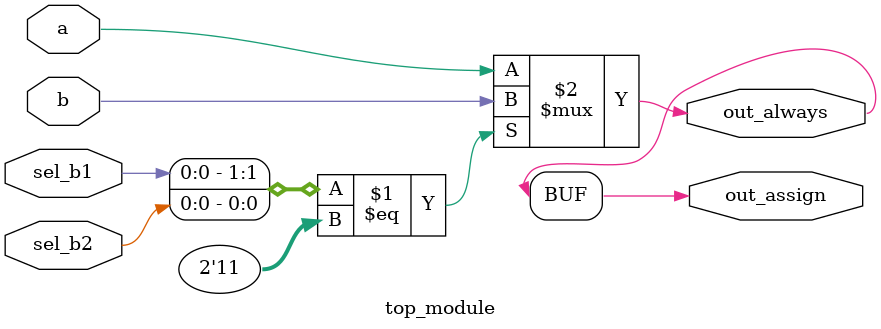
<source format=v>
module top_module(
    input a,
    input b,
    input sel_b1,
    input sel_b2,
    output wire out_assign,
    output reg out_always   ); 
	
    assign out_assign = ({sel_b1, sel_b2} == 2'b11) ? b : a;
    always @(*) out_always = out_assign;

endmodule

</source>
